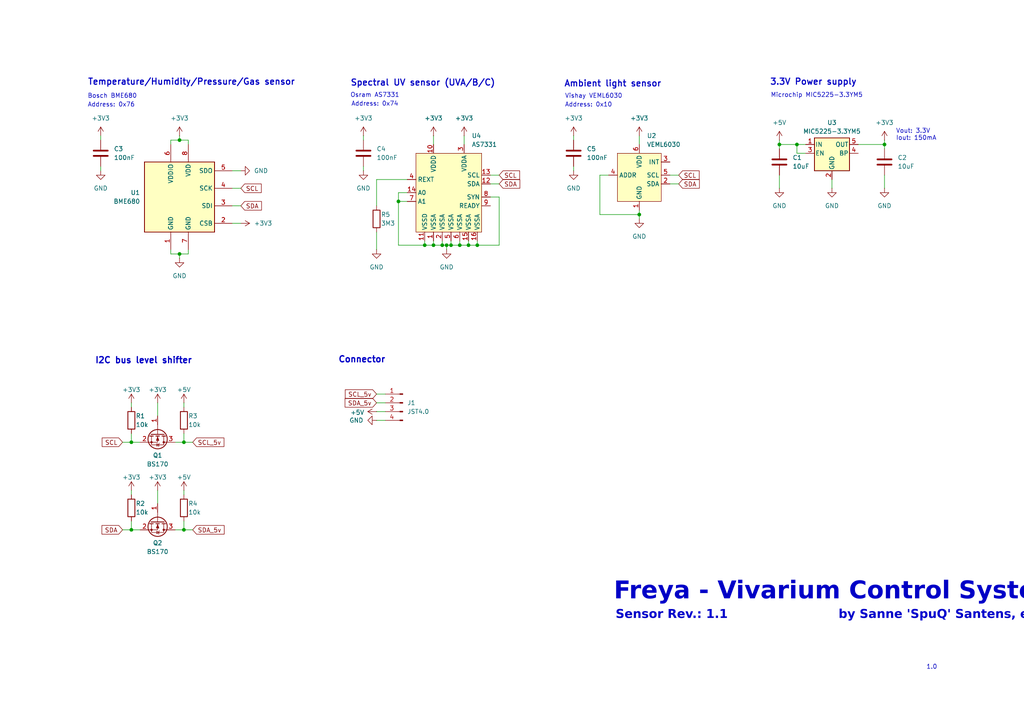
<source format=kicad_sch>
(kicad_sch (version 20231120) (generator "eeschema") (generator_version "8.0")
  (paper "A4")
  (lib_symbols
    (symbol "Connector:Conn_01x04_Pin" (pin_names (offset 1.016) hide)
      (property "Reference" "J" (at 0 5.08 0))
      (property "Value" "Conn_01x04_Pin" (at 0 -7.62 0))
      (symbol "Conn_01x04_Pin_1_1"
        (polyline (pts (xy 1.27 -5.08) (xy 0.8636 -5.08)) (stroke (width 0.1524)))
        (polyline (pts (xy 1.27 -2.54) (xy 0.8636 -2.54)) (stroke (width 0.1524)))
        (polyline (pts (xy 1.27 0) (xy 0.8636 0)) (stroke (width 0.1524)))
        (polyline (pts (xy 1.27 2.54) (xy 0.8636 2.54)) (stroke (width 0.1524)))
        (rectangle (start 0.8636 -4.953) (end 0 -5.207) (stroke (width 0.1524)) (fill (type outline)))
        (rectangle (start 0.8636 -2.413) (end 0 -2.667) (stroke (width 0.1524)) (fill (type outline)))
        (rectangle (start 0.8636 0.127) (end 0 -0.127) (stroke (width 0.1524)) (fill (type outline)))
        (rectangle (start 0.8636 2.667) (end 0 2.413) (stroke (width 0.1524)) (fill (type outline)))
        (pin passive line (at 5.08 2.54 180) (length 3.81) (name "Pin_1") (number "1"))
        (pin passive line (at 5.08 0 180) (length 3.81) (name "Pin_2") (number "2"))
        (pin passive line (at 5.08 -2.54 180) (length 3.81) (name "Pin_3") (number "3"))
        (pin passive line (at 5.08 -5.08 180) (length 3.81) (name "Pin_4") (number "4"))
      )
    )
    (symbol "Device:C" (pin_numbers hide) (pin_names (offset 0.254))
      (property "Reference" "C" (at 0.635 2.54 0))
      (property "Value" "C" (at 0.635 -2.54 0))
      (symbol "C_0_1"
        (polyline (pts (xy -2.032 -0.762) (xy 2.032 -0.762)) (stroke (width 0.508)))
        (polyline (pts (xy -2.032 0.762) (xy 2.032 0.762)) (stroke (width 0.508)))
      )
      (symbol "C_1_1"
        (pin passive line (at 0 3.81 270) (length 2.794) (name "~") (number "1"))
        (pin passive line (at 0 -3.81 90) (length 2.794) (name "~") (number "2"))
      )
    )
    (symbol "Device:Q_NMOS_GSD" (pin_names (offset 0) hide)
      (property "Reference" "Q" (at 5.08 1.27 0))
      (property "Value" "Q_NMOS_GSD" (at 5.08 -1.27 0))
      (symbol "Q_NMOS_GSD_0_1"
        (polyline (pts (xy 0.254 0) (xy -2.54 0)))
        (polyline (pts (xy 0.254 1.905) (xy 0.254 -1.905)) (stroke (width 0.254)))
        (polyline (pts (xy 0.762 -1.27) (xy 0.762 -2.286)) (stroke (width 0.254)))
        (polyline (pts (xy 0.762 0.508) (xy 0.762 -0.508)) (stroke (width 0.254)))
        (polyline (pts (xy 0.762 2.286) (xy 0.762 1.27)) (stroke (width 0.254)))
        (polyline (pts (xy 2.54 2.54) (xy 2.54 1.778)))
        (polyline (pts (xy 2.54 -2.54) (xy 2.54 0) (xy 0.762 0)))
        (polyline (pts (xy 0.762 -1.778) (xy 3.302 -1.778) (xy 3.302 1.778) (xy 0.762 1.778)))
        (polyline (pts (xy 1.016 0) (xy 2.032 0.381) (xy 2.032 -0.381) (xy 1.016 0)) (fill (type outline)))
        (polyline (pts (xy 2.794 0.508) (xy 2.921 0.381) (xy 3.683 0.381) (xy 3.81 0.254)))
        (polyline (pts (xy 3.302 0.381) (xy 2.921 -0.254) (xy 3.683 -0.254) (xy 3.302 0.381)))
        (circle (center 1.651 0) (radius 2.794) (stroke (width 0.254)))
        (circle (center 2.54 -1.778) (radius 0.254) (fill (type outline)))
        (circle (center 2.54 1.778) (radius 0.254) (fill (type outline)))
      )
      (symbol "Q_NMOS_GSD_1_1"
        (pin input line (at -5.08 0 0) (length 2.54) (name "G") (number "1"))
        (pin passive line (at 2.54 -5.08 90) (length 2.54) (name "S") (number "2"))
        (pin passive line (at 2.54 5.08 270) (length 2.54) (name "D") (number "3"))
      )
    )
    (symbol "Device:R" (pin_numbers hide) (pin_names (offset 0))
      (property "Reference" "R" (at 2.032 0 90))
      (property "Value" "R" (at 0 0 90))
      (symbol "R_0_1"
        (rectangle (start -1.016 -2.54) (end 1.016 2.54) (stroke (width 0.254)))
      )
      (symbol "R_1_1"
        (pin passive line (at 0 3.81 270) (length 1.27) (name "~") (number "1"))
        (pin passive line (at 0 -3.81 90) (length 1.27) (name "~") (number "2"))
      )
    )
    (symbol "Regulator_Linear:MIC5219-3.3YM5" (pin_names (offset 0.254))
      (property "Reference" "U" (at -3.81 5.715 0))
      (property "Value" "MIC5219-3.3YM5" (at 0 5.715 0))
      (symbol "MIC5219-3.3YM5_0_1"
        (rectangle (start -5.08 4.445) (end 5.08 -5.08) (stroke (width 0.254)) (fill (type background)))
      )
      (symbol "MIC5219-3.3YM5_1_1"
        (pin power_in line (at -7.62 2.54 0) (length 2.54) (name "IN") (number "1"))
        (pin power_in line (at 0 -7.62 90) (length 2.54) (name "GND") (number "2"))
        (pin input line (at -7.62 0 0) (length 2.54) (name "EN") (number "3"))
        (pin input line (at 7.62 0 180) (length 2.54) (name "BP") (number "4"))
        (pin power_out line (at 7.62 2.54 180) (length 2.54) (name "OUT") (number "5"))
      )
    )
    (symbol "Sensor:BME280"
      (property "Reference" "U" (at -8.89 11.43 0))
      (property "Value" "BME280" (at 7.62 11.43 0))
      (symbol "BME280_0_1"
        (rectangle (start -10.16 10.16) (end 10.16 -10.16) (stroke (width 0.254)) (fill (type background)))
      )
      (symbol "BME280_1_1"
        (pin power_in line (at -2.54 -15.24 90) (length 5.08) (name "GND") (number "1"))
        (pin input line (at 15.24 -7.62 180) (length 5.08) (name "CSB") (number "2"))
        (pin bidirectional line (at 15.24 -2.54 180) (length 5.08) (name "SDI") (number "3"))
        (pin input line (at 15.24 2.54 180) (length 5.08) (name "SCK") (number "4"))
        (pin bidirectional line (at 15.24 7.62 180) (length 5.08) (name "SDO") (number "5"))
        (pin power_in line (at -2.54 15.24 270) (length 5.08) (name "VDDIO") (number "6"))
        (pin power_in line (at 2.54 -15.24 90) (length 5.08) (name "GND") (number "7"))
        (pin power_in line (at 2.54 15.24 270) (length 5.08) (name "VDD") (number "8"))
      )
    )
    (symbol "emcosys_symbol_library:AS7331"
      (property "Reference" "U4" (at 6.0041 15.24 0))
      (property "Value" "AS7331" (at 6.0041 12.7 0))
      (symbol "AS7331_1_1"
        (rectangle (start -10.16 10.16) (end 8.89 -12.7) (fill (type background)))
        (pin power_in line (at -5.08 -15.24 90) (length 2.54) (name "VSSA") (number "1"))
        (pin power_in line (at -5.08 12.7 270) (length 2.54) (name "VDDD") (number "10"))
        (pin power_in line (at -7.62 -15.24 90) (length 2.54) (name "VSSD") (number "11"))
        (pin bidirectional line (at 11.43 1.27 180) (length 2.54) (name "SDA") (number "12"))
        (pin bidirectional line (at 11.43 3.81 180) (length 2.54) (name "SCL") (number "13"))
        (pin input line (at -12.7 -1.27 0) (length 2.54) (name "A0") (number "14"))
        (pin power_in line (at 5.08 -15.24 90) (length 2.54) (name "VSSA") (number "15"))
        (pin power_in line (at 7.62 -15.24 90) (length 2.54) (name "VSSA") (number "16"))
        (pin power_in line (at -2.54 -15.24 90) (length 2.54) (name "VSSA") (number "2"))
        (pin power_in line (at 3.81 12.7 270) (length 2.54) (name "VDDA") (number "3"))
        (pin passive line (at -12.7 2.54 0) (length 2.54) (name "REXT") (number "4"))
        (pin power_in line (at 0 -15.24 90) (length 2.54) (name "VSSA") (number "5"))
        (pin power_in line (at 2.54 -15.24 90) (length 2.54) (name "VSSA") (number "6"))
        (pin input line (at -12.7 -3.81 0) (length 2.54) (name "A1") (number "7"))
        (pin output line (at 11.43 -2.54 180) (length 2.54) (name "SYN") (number "8"))
        (pin output line (at 11.43 -5.08 180) (length 2.54) (name "READY") (number "9"))
      )
    )
    (symbol "emcosys_symbol_library:veml6030"
      (property "Reference" "U**" (at 3.556 10.414 0))
      (property "Value" "VEML6030" (at 6.604 7.62 0))
      (symbol "veml6030_1_1"
        (rectangle (start -6.35 6.35) (end 6.35 -7.62) (fill (type background)))
        (pin power_in line (at 0 -10.16 90) (length 2.54) (name "GND") (number "1"))
        (pin bidirectional line (at 8.89 -2.54 180) (length 2.54) (name "SDA") (number "2"))
        (pin output line (at 8.89 3.81 180) (length 2.54) (name "INT") (number "3"))
        (pin input line (at -8.89 0 0) (length 2.54) (name "ADDR") (number "4"))
        (pin bidirectional line (at 8.89 0 180) (length 2.54) (name "SCL") (number "5"))
        (pin power_in line (at 0 8.89 270) (length 2.54) (name "VDD") (number "6"))
      )
    )
    (symbol "power:+3V3" (power) (pin_numbers hide) (pin_names (offset 0) hide)
      (property "Value" "+3V3" (at 0 3.556 0))
      (symbol "+3V3_0_1"
        (polyline (pts (xy -0.762 1.27) (xy 0 2.54)))
        (polyline (pts (xy 0 0) (xy 0 2.54)))
        (polyline (pts (xy 0 2.54) (xy 0.762 1.27)))
      )
      (symbol "+3V3_1_1"
        (pin power_in line (at 0 0 90) (length 0) (name "~") (number "1"))
      )
    )
    (symbol "power:+5V" (power) (pin_numbers hide) (pin_names (offset 0) hide)
      (property "Value" "+5V" (at 0 3.556 0))
      (symbol "+5V_0_1"
        (polyline (pts (xy -0.762 1.27) (xy 0 2.54)))
        (polyline (pts (xy 0 0) (xy 0 2.54)))
        (polyline (pts (xy 0 2.54) (xy 0.762 1.27)))
      )
      (symbol "+5V_1_1"
        (pin power_in line (at 0 0 90) (length 0) (name "~") (number "1"))
      )
    )
    (symbol "power:GND" (power) (pin_numbers hide) (pin_names (offset 0) hide)
      (property "Value" "GND" (at 0 -3.81 0))
      (symbol "GND_0_1"
        (polyline (pts (xy 0 0) (xy 0 -1.27) (xy 1.27 -1.27) (xy 0 -2.54) (xy -1.27 -1.27) (xy 0 -1.27)))
      )
      (symbol "GND_1_1"
        (pin power_in line (at 0 0 270) (length 0) (name "~") (number "1"))
      )
    )
  )
  (junction (at 138.43 71.12))
  (junction (at 185.42 62.23))
  (junction (at 53.34 153.67))
  (junction (at 52.07 40.64))
  (junction (at 231.14 41.91))
  (junction (at 123.19 71.12))
  (junction (at 38.1 153.67))
  (junction (at 256.54 41.91))
  (junction (at 129.54 71.12))
  (junction (at 226.06 41.91))
  (junction (at 52.07 73.66))
  (junction (at 130.81 71.12))
  (junction (at 125.73 71.12))
  (junction (at 128.27 71.12))
  (junction (at 135.89 71.12))
  (junction (at 115.57 58.42))
  (junction (at 133.35 71.12))
  (junction (at 53.34 128.27))
  (junction (at 38.1 128.27))
  (wire (pts (xy 256.54 41.91) (xy 256.54 43.18)))
  (wire (pts (xy 53.34 128.27) (xy 53.34 125.73)))
  (wire (pts (xy 53.34 128.27) (xy 55.88 128.27)))
  (wire (pts (xy 256.54 40.64) (xy 256.54 41.91)))
  (wire (pts (xy 50.8 128.27) (xy 53.34 128.27)))
  (wire (pts (xy 226.06 41.91) (xy 231.14 41.91)))
  (wire (pts (xy 67.31 64.77) (xy 69.85 64.77)))
  (wire (pts (xy 142.24 50.8) (xy 144.78 50.8)))
  (wire (pts (xy 134.62 39.37) (xy 134.62 41.91)))
  (wire (pts (xy 144.78 57.15) (xy 144.78 71.12)))
  (wire (pts (xy 226.06 41.91) (xy 226.06 43.18)))
  (wire (pts (xy 38.1 116.84) (xy 38.1 118.11)))
  (wire (pts (xy 115.57 71.12) (xy 123.19 71.12)))
  (wire (pts (xy 185.42 60.96) (xy 185.42 62.23)))
  (wire (pts (xy 226.06 50.8) (xy 226.06 54.61)))
  (wire (pts (xy 142.24 57.15) (xy 144.78 57.15)))
  (wire (pts (xy 142.24 53.34) (xy 144.78 53.34)))
  (wire (pts (xy 52.07 39.37) (xy 52.07 40.64)))
  (wire (pts (xy 115.57 55.88) (xy 115.57 58.42)))
  (wire (pts (xy 185.42 39.37) (xy 185.42 41.91)))
  (wire (pts (xy 109.22 114.3) (xy 111.76 114.3)))
  (wire (pts (xy 194.31 50.8) (xy 196.85 50.8)))
  (wire (pts (xy 35.56 153.67) (xy 38.1 153.67)))
  (wire (pts (xy 135.89 69.85) (xy 135.89 71.12)))
  (wire (pts (xy 54.61 72.39) (xy 54.61 73.66)))
  (wire (pts (xy 50.8 153.67) (xy 53.34 153.67)))
  (wire (pts (xy 129.54 71.12) (xy 129.54 72.39)))
  (wire (pts (xy 125.73 39.37) (xy 125.73 41.91)))
  (wire (pts (xy 123.19 71.12) (xy 125.73 71.12)))
  (wire (pts (xy 49.53 73.66) (xy 52.07 73.66)))
  (wire (pts (xy 53.34 142.24) (xy 53.34 143.51)))
  (wire (pts (xy 115.57 58.42) (xy 115.57 71.12)))
  (wire (pts (xy 109.22 67.31) (xy 109.22 72.39)))
  (wire (pts (xy 125.73 71.12) (xy 128.27 71.12)))
  (wire (pts (xy 115.57 58.42) (xy 118.11 58.42)))
  (wire (pts (xy 35.56 128.27) (xy 38.1 128.27)))
  (wire (pts (xy 173.99 50.8) (xy 173.99 62.23)))
  (wire (pts (xy 128.27 71.12) (xy 129.54 71.12)))
  (wire (pts (xy 125.73 69.85) (xy 125.73 71.12)))
  (wire (pts (xy 166.37 48.26) (xy 166.37 49.53)))
  (wire (pts (xy 45.72 116.84) (xy 45.72 120.65)))
  (wire (pts (xy 54.61 40.64) (xy 54.61 41.91)))
  (wire (pts (xy 248.92 41.91) (xy 256.54 41.91)))
  (wire (pts (xy 231.14 41.91) (xy 233.68 41.91)))
  (wire (pts (xy 130.81 69.85) (xy 130.81 71.12)))
  (wire (pts (xy 133.35 69.85) (xy 133.35 71.12)))
  (wire (pts (xy 38.1 142.24) (xy 38.1 143.51)))
  (wire (pts (xy 109.22 52.07) (xy 118.11 52.07)))
  (wire (pts (xy 173.99 62.23) (xy 185.42 62.23)))
  (wire (pts (xy 226.06 40.64) (xy 226.06 41.91)))
  (wire (pts (xy 111.76 119.38) (xy 109.22 119.38)))
  (wire (pts (xy 29.21 39.37) (xy 29.21 40.64)))
  (wire (pts (xy 231.14 44.45) (xy 231.14 41.91)))
  (wire (pts (xy 111.76 121.92) (xy 109.22 121.92)))
  (wire (pts (xy 38.1 153.67) (xy 40.64 153.67)))
  (wire (pts (xy 241.3 52.07) (xy 241.3 54.61)))
  (wire (pts (xy 233.68 44.45) (xy 231.14 44.45)))
  (wire (pts (xy 29.21 48.26) (xy 29.21 49.53)))
  (wire (pts (xy 49.53 72.39) (xy 49.53 73.66)))
  (wire (pts (xy 67.31 49.53) (xy 69.85 49.53)))
  (wire (pts (xy 52.07 73.66) (xy 52.07 74.93)))
  (wire (pts (xy 38.1 125.73) (xy 38.1 128.27)))
  (wire (pts (xy 185.42 62.23) (xy 185.42 63.5)))
  (wire (pts (xy 105.41 39.37) (xy 105.41 40.64)))
  (wire (pts (xy 38.1 151.13) (xy 38.1 153.67)))
  (wire (pts (xy 53.34 153.67) (xy 55.88 153.67)))
  (wire (pts (xy 128.27 69.85) (xy 128.27 71.12)))
  (wire (pts (xy 138.43 71.12) (xy 138.43 69.85)))
  (wire (pts (xy 118.11 55.88) (xy 115.57 55.88)))
  (wire (pts (xy 53.34 153.67) (xy 53.34 151.13)))
  (wire (pts (xy 49.53 41.91) (xy 49.53 40.64)))
  (wire (pts (xy 67.31 54.61) (xy 69.85 54.61)))
  (wire (pts (xy 49.53 40.64) (xy 52.07 40.64)))
  (wire (pts (xy 144.78 71.12) (xy 138.43 71.12)))
  (wire (pts (xy 166.37 39.37) (xy 166.37 40.64)))
  (wire (pts (xy 45.72 142.24) (xy 45.72 146.05)))
  (wire (pts (xy 123.19 69.85) (xy 123.19 71.12)))
  (wire (pts (xy 194.31 53.34) (xy 196.85 53.34)))
  (wire (pts (xy 256.54 50.8) (xy 256.54 54.61)))
  (wire (pts (xy 67.31 59.69) (xy 69.85 59.69)))
  (wire (pts (xy 53.34 116.84) (xy 53.34 118.11)))
  (wire (pts (xy 135.89 71.12) (xy 138.43 71.12)))
  (wire (pts (xy 111.76 116.84) (xy 109.22 116.84)))
  (wire (pts (xy 133.35 71.12) (xy 135.89 71.12)))
  (wire (pts (xy 38.1 128.27) (xy 40.64 128.27)))
  (wire (pts (xy 109.22 59.69) (xy 109.22 52.07)))
  (wire (pts (xy 130.81 71.12) (xy 133.35 71.12)))
  (wire (pts (xy 105.41 48.26) (xy 105.41 49.53)))
  (wire (pts (xy 52.07 73.66) (xy 54.61 73.66)))
  (wire (pts (xy 176.53 50.8) (xy 173.99 50.8)))
  (wire (pts (xy 129.54 71.12) (xy 130.81 71.12)))
  (wire (pts (xy 52.07 40.64) (xy 54.61 40.64)))
  (text "Spectral UV sensor (UVA/B/C)" (at 101.6 24.13 0) (effects (font (size 1.778 1.778) (thickness 0.3048) (bold yes)) (justify left)))
  (text "Bosch BME680" (at 25.4 27.94 0) (effects (font (size 1.27 1.27)) (justify left)))
  (text "Sensor Rev.: 1.1                          by Sanne 'SpuQ' Santens, early 2026" (at 178.562 179.07 0) (effects (font (size 2.54 2.54)) (justify left)))
  (text "3.3V Power supply" (at 223.266 23.876 0) (effects (font (size 1.778 1.778) (thickness 0.3048) (bold yes)) (justify left)))
  (text "Vout: 3.3V\nIout: 150mA\n" (at 259.842 39.116 0) (effects (font (size 1.27 1.27)) (justify left)))
  (text "Address: 0x76" (at 25.4 30.48 0) (effects (font (size 1.27 1.27)) (justify left)))
  (text "Connector" (at 98.044 104.394 0) (effects (font (size 1.778 1.778) (thickness 0.3556) (bold yes)) (justify left)))
  (text "Microchip MIC5225-3.3YM5" (at 223.52 27.686 0) (effects (font (size 1.27 1.27)) (justify left)))
  (text "Address: 0x74" (at 101.854 30.226 0) (effects (font (size 1.27 1.27)) (justify left)))
  (text "I2C bus level shifter" (at 41.656 104.648 0) (effects (font (size 1.778 1.778) (thickness 0.3556) (bold yes))))
  (text "Vishay VEML6030" (at 163.83 27.94 0) (effects (font (size 1.27 1.27)) (justify left)))
  (text "Osram AS7331" (at 101.6 27.686 0) (effects (font (size 1.27 1.27)) (justify left)))
  (text "Address: 0x10" (at 163.83 30.48 0) (effects (font (size 1.27 1.27)) (justify left)))
  (text "Ambient light sensor" (at 163.576 24.384 0) (effects (font (size 1.778 1.778) (thickness 0.3048) (bold yes)) (justify left)))
  (text "Freya - Vivarium Control System" (at 178.054 172.974 0) (effects (font (size 5.08 5.08)) (justify left)))
  (text "1.0" (at 270.256 193.548 0) (effects (font (size 1.27 1.27))))
  (text "Temperature/Humidity/Pressure/Gas sensor" (at 25.4 23.876 0) (effects (font (size 1.778 1.778) (thickness 0.3048) (bold yes)) (justify left)))
  (global_label "SCL" (shape input) (at 144.78 50.8 0) (property "Intersheetrefs" "${INTERSHEET_REFS}" (effects (hide yes))))
  (global_label "SCL" (shape input) (at 35.56 128.27 180) (property "Intersheetrefs" "${INTERSHEET_REFS}" (effects (hide yes))))
  (global_label "SDA" (shape input) (at 144.78 53.34 0) (property "Intersheetrefs" "${INTERSHEET_REFS}" (effects (hide yes))))
  (global_label "SCL_5v" (shape input) (at 109.22 114.3 180) (property "Intersheetrefs" "${INTERSHEET_REFS}" (effects (hide yes))))
  (global_label "SCL_5v" (shape input) (at 55.88 128.27 0) (property "Intersheetrefs" "${INTERSHEET_REFS}" (effects (hide yes))))
  (global_label "SDA_5v" (shape input) (at 109.22 116.84 180) (property "Intersheetrefs" "${INTERSHEET_REFS}" (effects (hide yes))))
  (global_label "SDA" (shape input) (at 196.85 53.34 0) (property "Intersheetrefs" "${INTERSHEET_REFS}" (effects (hide yes))))
  (global_label "SDA" (shape input) (at 69.85 59.69 0) (property "Intersheetrefs" "${INTERSHEET_REFS}" (effects (hide yes))))
  (global_label "SCL" (shape input) (at 69.85 54.61 0) (property "Intersheetrefs" "${INTERSHEET_REFS}" (effects (hide yes))))
  (global_label "SDA" (shape input) (at 35.56 153.67 180) (property "Intersheetrefs" "${INTERSHEET_REFS}" (effects (hide yes))))
  (global_label "SDA_5v" (shape input) (at 55.88 153.67 0) (property "Intersheetrefs" "${INTERSHEET_REFS}" (effects (hide yes))))
  (global_label "SCL" (shape input) (at 196.85 50.8 0) (property "Intersheetrefs" "${INTERSHEET_REFS}" (effects (hide yes))))
  (symbol (lib_id "power:GND") (at 29.21 49.53 0) (unit 1)
    (property "Reference" "#PWR023" (effects (hide yes)))
    (property "Value" "GND" (at 29.21 54.61 0))
    (property "Description" "Power symbol creates a global label with name \"GND\" , ground" (effects (hide yes)))
  )
  (symbol (lib_id "Device:C") (at 29.21 44.45 0) (unit 1)
    (property "Reference" "C3" (at 33.02 43.1799 0) (effects (justify left)))
    (property "Value" "100nF" (at 33.02 45.7199 0) (effects (justify left)))
    (property "Footprint" "Capacitor_SMD:C_0805_2012Metric" (effects (hide yes)))
    (property "Description" "Unpolarized capacitor" (effects (hide yes)))
  )
  (symbol (lib_id "power:GND") (at 109.22 121.92 270) (mirror x) (unit 1)
    (property "Reference" "#PWR08" (effects (hide yes)))
    (property "Value" "GND" (at 105.41 121.9199 90) (effects (justify right)))
    (property "Description" "Power symbol creates a global label with name \"GND\" , ground" (effects (hide yes)))
  )
  (symbol (lib_id "Connector:Conn_01x04_Pin") (at 116.84 116.84 0) (mirror y) (unit 1)
    (property "Reference" "J1" (at 118.11 116.8399 0) (effects (justify right)))
    (property "Value" "JST4.0" (at 118.11 119.3799 0) (effects (justify right)))
    (property "Footprint" "emcosys:Grove_SMD_right_angle" (effects (hide yes)))
    (property "Description" "Generic connector, single row, 01x04, script generated" (effects (hide yes)))
  )
  (symbol (lib_id "power:+3V3") (at 166.37 39.37 0) (unit 1)
    (property "Reference" "#PWR022" (effects (hide yes)))
    (property "Value" "+3V3" (at 166.37 34.29 0))
    (property "Description" "Power symbol creates a global label with name \"+3V3\"" (effects (hide yes)))
  )
  (symbol (lib_id "power:+3V3") (at 185.42 39.37 0) (unit 1)
    (property "Reference" "#PWR012" (effects (hide yes)))
    (property "Value" "+3V3" (at 185.42 34.29 0))
    (property "Description" "Power symbol creates a global label with name \"+3V3\"" (effects (hide yes)))
  )
  (symbol (lib_id "power:+3V3") (at 45.72 142.24 0) (unit 1)
    (property "Reference" "#PWR04" (effects (hide yes)))
    (property "Value" "+3V3" (at 45.72 138.43 0))
    (property "Description" "Power symbol creates a global label with name \"+3V3\"" (effects (hide yes)))
  )
  (symbol (lib_id "power:+3V3") (at 69.85 64.77 270) (unit 1)
    (property "Reference" "#PWR027" (effects (hide yes)))
    (property "Value" "+3V3" (at 73.66 64.7699 90) (effects (justify left)))
    (property "Description" "Power symbol creates a global label with name \"+3V3\"" (effects (hide yes)))
  )
  (symbol (lib_id "power:+3V3") (at 52.07 39.37 0) (unit 1)
    (property "Reference" "#PWR011" (effects (hide yes)))
    (property "Value" "+3V3" (at 52.07 34.29 0))
    (property "Description" "Power symbol creates a global label with name \"+3V3\"" (effects (hide yes)))
  )
  (symbol (lib_id "power:+3V3") (at 38.1 142.24 0) (unit 1)
    (property "Reference" "#PWR02" (effects (hide yes)))
    (property "Value" "+3V3" (at 38.1 138.43 0))
    (property "Description" "Power symbol creates a global label with name \"+3V3\"" (effects (hide yes)))
  )
  (symbol (lib_id "Device:Q_NMOS_GSD") (at 45.72 125.73 270) (unit 1)
    (property "Reference" "Q1" (at 45.72 132.08 90))
    (property "Value" "BS170" (at 45.72 134.62 90))
    (property "Footprint" "Package_TO_SOT_SMD:SOT-23" (effects (hide yes)))
    (property "Description" "N-MOSFET transistor, gate/source/drain" (effects (hide yes)))
  )
  (symbol (lib_id "Device:Q_NMOS_GSD") (at 45.72 151.13 270) (unit 1)
    (property "Reference" "Q2" (at 45.72 157.48 90))
    (property "Value" "BS170" (at 45.72 160.02 90))
    (property "Footprint" "Package_TO_SOT_SMD:SOT-23" (effects (hide yes)))
    (property "Description" "N-MOSFET transistor, gate/source/drain" (effects (hide yes)))
  )
  (symbol (lib_id "Device:R") (at 38.1 121.92 0) (unit 1)
    (property "Reference" "R1" (at 39.37 120.65 0) (effects (justify left)))
    (property "Value" "10k" (at 39.37 123.19 0) (effects (justify left)))
    (property "Footprint" "Resistor_SMD:R_0805_2012Metric" (effects (hide yes)))
    (property "Description" "Resistor" (effects (hide yes)))
  )
  (symbol (lib_id "emcosys_symbol_library:AS7331") (at 130.81 54.61 0) (unit 1)
    (property "Reference" "U4" (at 136.8141 39.37 0) (effects (justify left)))
    (property "Value" "AS7331" (at 136.8141 41.91 0) (effects (justify left)))
    (property "Footprint" "emcosys:Osram_AS7331" (effects (hide yes)))
  )
  (symbol (lib_id "power:+5V") (at 53.34 142.24 0) (unit 1)
    (property "Reference" "#PWR06" (effects (hide yes)))
    (property "Value" "+5V" (at 53.34 138.43 0))
    (property "Description" "Power symbol creates a global label with name \"+5V\"" (effects (hide yes)))
  )
  (symbol (lib_id "power:GND") (at 109.22 72.39 0) (unit 1)
    (property "Reference" "#PWR031" (effects (hide yes)))
    (property "Value" "GND" (at 109.22 77.47 0))
    (property "Description" "Power symbol creates a global label with name \"GND\" , ground" (effects (hide yes)))
  )
  (symbol (lib_id "power:+3V3") (at 45.72 116.84 0) (unit 1)
    (property "Reference" "#PWR03" (effects (hide yes)))
    (property "Value" "+3V3" (at 45.72 113.03 0))
    (property "Description" "Power symbol creates a global label with name \"+3V3\"" (effects (hide yes)))
  )
  (symbol (lib_id "power:+3V3") (at 125.73 39.37 0) (unit 1)
    (property "Reference" "#PWR028" (effects (hide yes)))
    (property "Value" "+3V3" (at 125.73 34.29 0))
    (property "Description" "Power symbol creates a global label with name \"+3V3\"" (effects (hide yes)))
  )
  (symbol (lib_id "power:+3V3") (at 38.1 116.84 0) (unit 1)
    (property "Reference" "#PWR01" (effects (hide yes)))
    (property "Value" "+3V3" (at 38.1 113.03 0))
    (property "Description" "Power symbol creates a global label with name \"+3V3\"" (effects (hide yes)))
  )
  (symbol (lib_id "emcosys_symbol_library:veml6030") (at 185.42 50.8 0) (unit 1)
    (property "Reference" "U2" (at 187.6141 39.37 0) (effects (justify left)))
    (property "Value" "VEML6030" (at 187.6141 41.91 0) (effects (justify left)))
    (property "Footprint" "emcosys:VEML6030" (effects (hide yes)))
  )
  (symbol (lib_id "Regulator_Linear:MIC5219-3.3YM5") (at 241.3 44.45 0) (unit 1)
    (property "Reference" "U3" (at 241.3 35.56 0))
    (property "Value" "MIC5225-3.3YM5" (at 241.3 38.1 0))
    (property "Footprint" "Package_TO_SOT_SMD:SOT-23-5" (effects (hide yes)))
    (property "Datasheet" "http://ww1.microchip.com/downloads/en/DeviceDoc/MIC5219-500mA-Peak-Output-LDO-Regulator-DS20006021A.pdf" (effects (hide yes)))
    (property "Description" "500mA low dropout linear regulator, fixed 3.3V output, SOT-23-5" (effects (hide yes)))
  )
  (symbol (lib_id "power:GND") (at 256.54 54.61 0) (unit 1)
    (property "Reference" "#PWR019" (effects (hide yes)))
    (property "Value" "GND" (at 256.54 59.69 0))
    (property "Description" "Power symbol creates a global label with name \"GND\" , ground" (effects (hide yes)))
  )
  (symbol (lib_id "power:GND") (at 52.07 74.93 0) (unit 1)
    (property "Reference" "#PWR014" (effects (hide yes)))
    (property "Value" "GND" (at 52.07 80.01 0))
    (property "Description" "Power symbol creates a global label with name \"GND\" , ground" (effects (hide yes)))
  )
  (symbol (lib_id "power:+3V3") (at 105.41 39.37 0) (unit 1)
    (property "Reference" "#PWR021" (effects (hide yes)))
    (property "Value" "+3V3" (at 105.41 34.29 0))
    (property "Description" "Power symbol creates a global label with name \"+3V3\"" (effects (hide yes)))
  )
  (symbol (lib_id "power:+3V3") (at 29.21 39.37 0) (unit 1)
    (property "Reference" "#PWR020" (effects (hide yes)))
    (property "Value" "+3V3" (at 29.21 34.29 0))
    (property "Description" "Power symbol creates a global label with name \"+3V3\"" (effects (hide yes)))
  )
  (symbol (lib_id "power:GND") (at 166.37 49.53 0) (unit 1)
    (property "Reference" "#PWR025" (effects (hide yes)))
    (property "Value" "GND" (at 166.37 54.61 0))
    (property "Description" "Power symbol creates a global label with name \"GND\" , ground" (effects (hide yes)))
  )
  (symbol (lib_id "Device:R") (at 109.22 63.5 0) (unit 1)
    (property "Reference" "R5" (at 110.49 62.23 0) (effects (justify left)))
    (property "Value" "3M3" (at 110.49 64.77 0) (effects (justify left)))
    (property "Footprint" "Resistor_SMD:R_0805_2012Metric" (effects (hide yes)))
    (property "Description" "Resistor" (effects (hide yes)))
  )
  (symbol (lib_id "power:+5V") (at 226.06 40.64 0) (unit 1)
    (property "Reference" "#PWR016" (effects (hide yes)))
    (property "Value" "+5V" (at 226.06 35.56 0))
    (property "Description" "Power symbol creates a global label with name \"+5V\"" (effects (hide yes)))
  )
  (symbol (lib_id "power:GND") (at 69.85 49.53 90) (unit 1)
    (property "Reference" "#PWR026" (effects (hide yes)))
    (property "Value" "GND" (at 73.66 49.5299 90) (effects (justify right)))
    (property "Description" "Power symbol creates a global label with name \"GND\" , ground" (effects (hide yes)))
  )
  (symbol (lib_id "power:GND") (at 241.3 54.61 0) (unit 1)
    (property "Reference" "#PWR015" (effects (hide yes)))
    (property "Value" "GND" (at 241.3 59.69 0))
    (property "Description" "Power symbol creates a global label with name \"GND\" , ground" (effects (hide yes)))
  )
  (symbol (lib_id "power:GND") (at 129.54 72.39 0) (unit 1)
    (property "Reference" "#PWR030" (effects (hide yes)))
    (property "Value" "GND" (at 129.54 77.47 0))
    (property "Description" "Power symbol creates a global label with name \"GND\" , ground" (effects (hide yes)))
  )
  (symbol (lib_id "power:GND") (at 105.41 49.53 0) (unit 1)
    (property "Reference" "#PWR024" (effects (hide yes)))
    (property "Value" "GND" (at 105.41 54.61 0))
    (property "Description" "Power symbol creates a global label with name \"GND\" , ground" (effects (hide yes)))
  )
  (symbol (lib_id "power:+5V") (at 53.34 116.84 0) (unit 1)
    (property "Reference" "#PWR05" (effects (hide yes)))
    (property "Value" "+5V" (at 53.34 113.03 0))
    (property "Description" "Power symbol creates a global label with name \"+5V\"" (effects (hide yes)))
  )
  (symbol (lib_id "power:+3V3") (at 256.54 40.64 0) (unit 1)
    (property "Reference" "#PWR017" (effects (hide yes)))
    (property "Value" "+3V3" (at 256.54 35.56 0))
    (property "Description" "Power symbol creates a global label with name \"+3V3\"" (effects (hide yes)))
  )
  (symbol (lib_id "power:+3V3") (at 134.62 39.37 0) (unit 1)
    (property "Reference" "#PWR029" (effects (hide yes)))
    (property "Value" "+3V3" (at 134.62 34.29 0))
    (property "Description" "Power symbol creates a global label with name \"+3V3\"" (effects (hide yes)))
  )
  (symbol (lib_id "power:GND") (at 226.06 54.61 0) (unit 1)
    (property "Reference" "#PWR018" (effects (hide yes)))
    (property "Value" "GND" (at 226.06 59.69 0))
    (property "Description" "Power symbol creates a global label with name \"GND\" , ground" (effects (hide yes)))
  )
  (symbol (lib_id "Device:R") (at 53.34 121.92 0) (unit 1)
    (property "Reference" "R3" (at 54.61 120.65 0) (effects (justify left)))
    (property "Value" "10k" (at 54.61 123.19 0) (effects (justify left)))
    (property "Footprint" "Resistor_SMD:R_0805_2012Metric" (effects (hide yes)))
    (property "Description" "Resistor" (effects (hide yes)))
  )
  (symbol (lib_id "Sensor:BME280") (at 52.07 57.15 0) (unit 1)
    (property "Reference" "U1" (at 40.64 55.8799 0) (effects (justify right)))
    (property "Value" "BME680" (at 40.64 58.4199 0) (effects (justify right)))
    (property "Footprint" "emcosys:BME680" (effects (hide yes)))
    (property "Datasheet" "https://www.bosch-sensortec.com/media/boschsensortec/downloads/datasheets/bst-bme280-ds002.pdf" (effects (hide yes)))
    (property "Description" "3-in-1 sensor, humidity, pressure, temperature, I2C and SPI interface, 1.71-3.6V, LGA-8" (effects (hide yes)))
  )
  (symbol (lib_id "Device:C") (at 256.54 46.99 0) (unit 1)
    (property "Reference" "C2" (at 260.35 45.7199 0) (effects (justify left)))
    (property "Value" "10uF" (at 260.35 48.2599 0) (effects (justify left)))
    (property "Footprint" "Capacitor_SMD:C_0805_2012Metric" (effects (hide yes)))
    (property "Description" "Unpolarized capacitor" (effects (hide yes)))
  )
  (symbol (lib_id "Device:R") (at 53.34 147.32 0) (unit 1)
    (property "Reference" "R4" (at 54.61 146.05 0) (effects (justify left)))
    (property "Value" "10k" (at 54.61 148.59 0) (effects (justify left)))
    (property "Footprint" "Resistor_SMD:R_0805_2012Metric" (effects (hide yes)))
    (property "Description" "Resistor" (effects (hide yes)))
  )
  (symbol (lib_id "Device:C") (at 226.06 46.99 0) (unit 1)
    (property "Reference" "C1" (at 229.87 45.7199 0) (effects (justify left)))
    (property "Value" "10uF" (at 229.87 48.2599 0) (effects (justify left)))
    (property "Footprint" "Capacitor_SMD:C_0805_2012Metric" (effects (hide yes)))
    (property "Description" "Unpolarized capacitor" (effects (hide yes)))
  )
  (symbol (lib_id "Device:R") (at 38.1 147.32 0) (unit 1)
    (property "Reference" "R2" (at 39.37 146.05 0) (effects (justify left)))
    (property "Value" "10k" (at 39.37 148.59 0) (effects (justify left)))
    (property "Footprint" "Resistor_SMD:R_0805_2012Metric" (effects (hide yes)))
    (property "Description" "Resistor" (effects (hide yes)))
  )
  (symbol (lib_id "power:+5V") (at 109.22 119.38 90) (unit 1)
    (property "Reference" "#PWR07" (effects (hide yes)))
    (property "Value" "+5V" (at 103.632 119.634 90))
    (property "Description" "Power symbol creates a global label with name \"+5V\"" (effects (hide yes)))
  )
  (symbol (lib_id "Device:C") (at 166.37 44.45 0) (unit 1)
    (property "Reference" "C5" (at 170.18 43.1799 0) (effects (justify left)))
    (property "Value" "100nF" (at 170.18 45.7199 0) (effects (justify left)))
    (property "Footprint" "Capacitor_SMD:C_0805_2012Metric" (effects (hide yes)))
    (property "Description" "Unpolarized capacitor" (effects (hide yes)))
  )
  (symbol (lib_id "power:GND") (at 185.42 63.5 0) (unit 1)
    (property "Reference" "#PWR013" (effects (hide yes)))
    (property "Value" "GND" (at 185.42 68.58 0))
    (property "Description" "Power symbol creates a global label with name \"GND\" , ground" (effects (hide yes)))
  )
  (symbol (lib_id "Device:C") (at 105.41 44.45 0) (unit 1)
    (property "Reference" "C4" (at 109.22 43.1799 0) (effects (justify left)))
    (property "Value" "100nF" (at 109.22 45.7199 0) (effects (justify left)))
    (property "Footprint" "Capacitor_SMD:C_0805_2012Metric" (effects (hide yes)))
    (property "Description" "Unpolarized capacitor" (effects (hide yes)))
  )
)
</source>
